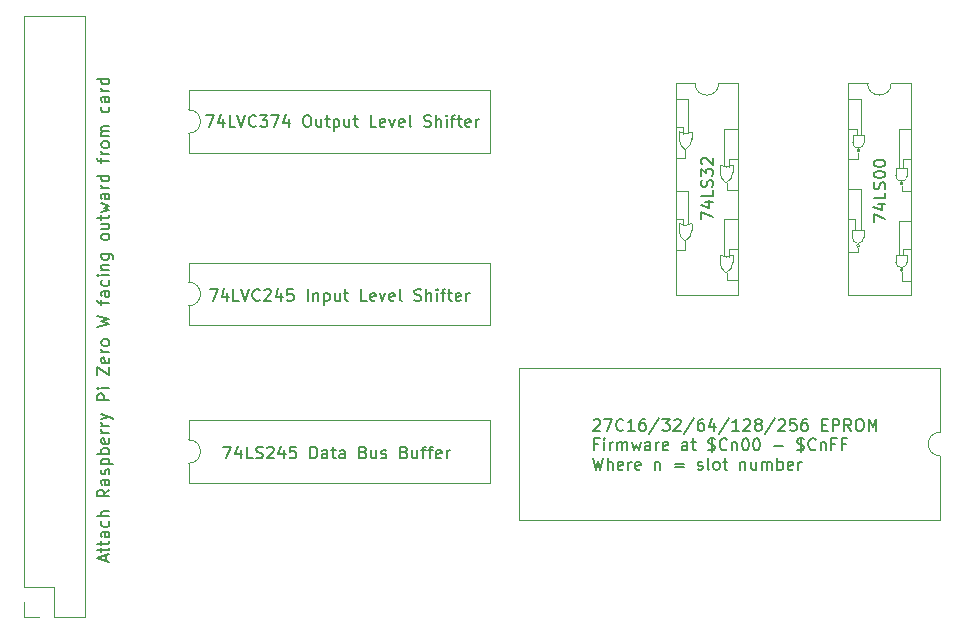
<source format=gbr>
G04 #@! TF.GenerationSoftware,KiCad,Pcbnew,(5.0.2)-1*
G04 #@! TF.CreationDate,2020-12-13T22:30:25-05:00*
G04 #@! TF.ProjectId,Apple2IORPi,4170706c-6532-4494-9f52-50692e6b6963,0.2*
G04 #@! TF.SameCoordinates,Original*
G04 #@! TF.FileFunction,Legend,Top*
G04 #@! TF.FilePolarity,Positive*
%FSLAX46Y46*%
G04 Gerber Fmt 4.6, Leading zero omitted, Abs format (unit mm)*
G04 Created by KiCad (PCBNEW (5.0.2)-1) date 2020-12-13 22:30:25*
%MOMM*%
%LPD*%
G01*
G04 APERTURE LIST*
%ADD10C,0.150000*%
%ADD11C,0.120000*%
G04 APERTURE END LIST*
D10*
X124596380Y-67397380D02*
X125263047Y-67397380D01*
X124834476Y-68397380D01*
X126072571Y-67730714D02*
X126072571Y-68397380D01*
X125834476Y-67349761D02*
X125596380Y-68064047D01*
X126215428Y-68064047D01*
X127072571Y-68397380D02*
X126596380Y-68397380D01*
X126596380Y-67397380D01*
X127263047Y-67397380D02*
X127596380Y-68397380D01*
X127929714Y-67397380D01*
X128834476Y-68302142D02*
X128786857Y-68349761D01*
X128644000Y-68397380D01*
X128548761Y-68397380D01*
X128405904Y-68349761D01*
X128310666Y-68254523D01*
X128263047Y-68159285D01*
X128215428Y-67968809D01*
X128215428Y-67825952D01*
X128263047Y-67635476D01*
X128310666Y-67540238D01*
X128405904Y-67445000D01*
X128548761Y-67397380D01*
X128644000Y-67397380D01*
X128786857Y-67445000D01*
X128834476Y-67492619D01*
X129167809Y-67397380D02*
X129786857Y-67397380D01*
X129453523Y-67778333D01*
X129596380Y-67778333D01*
X129691619Y-67825952D01*
X129739238Y-67873571D01*
X129786857Y-67968809D01*
X129786857Y-68206904D01*
X129739238Y-68302142D01*
X129691619Y-68349761D01*
X129596380Y-68397380D01*
X129310666Y-68397380D01*
X129215428Y-68349761D01*
X129167809Y-68302142D01*
X130120190Y-67397380D02*
X130786857Y-67397380D01*
X130358285Y-68397380D01*
X131596380Y-67730714D02*
X131596380Y-68397380D01*
X131358285Y-67349761D02*
X131120190Y-68064047D01*
X131739238Y-68064047D01*
X133072571Y-67397380D02*
X133263047Y-67397380D01*
X133358285Y-67445000D01*
X133453523Y-67540238D01*
X133501142Y-67730714D01*
X133501142Y-68064047D01*
X133453523Y-68254523D01*
X133358285Y-68349761D01*
X133263047Y-68397380D01*
X133072571Y-68397380D01*
X132977333Y-68349761D01*
X132882095Y-68254523D01*
X132834476Y-68064047D01*
X132834476Y-67730714D01*
X132882095Y-67540238D01*
X132977333Y-67445000D01*
X133072571Y-67397380D01*
X134358285Y-67730714D02*
X134358285Y-68397380D01*
X133929714Y-67730714D02*
X133929714Y-68254523D01*
X133977333Y-68349761D01*
X134072571Y-68397380D01*
X134215428Y-68397380D01*
X134310666Y-68349761D01*
X134358285Y-68302142D01*
X134691619Y-67730714D02*
X135072571Y-67730714D01*
X134834476Y-67397380D02*
X134834476Y-68254523D01*
X134882095Y-68349761D01*
X134977333Y-68397380D01*
X135072571Y-68397380D01*
X135405904Y-67730714D02*
X135405904Y-68730714D01*
X135405904Y-67778333D02*
X135501142Y-67730714D01*
X135691619Y-67730714D01*
X135786857Y-67778333D01*
X135834476Y-67825952D01*
X135882095Y-67921190D01*
X135882095Y-68206904D01*
X135834476Y-68302142D01*
X135786857Y-68349761D01*
X135691619Y-68397380D01*
X135501142Y-68397380D01*
X135405904Y-68349761D01*
X136739238Y-67730714D02*
X136739238Y-68397380D01*
X136310666Y-67730714D02*
X136310666Y-68254523D01*
X136358285Y-68349761D01*
X136453523Y-68397380D01*
X136596380Y-68397380D01*
X136691619Y-68349761D01*
X136739238Y-68302142D01*
X137072571Y-67730714D02*
X137453523Y-67730714D01*
X137215428Y-67397380D02*
X137215428Y-68254523D01*
X137263047Y-68349761D01*
X137358285Y-68397380D01*
X137453523Y-68397380D01*
X139024952Y-68397380D02*
X138548761Y-68397380D01*
X138548761Y-67397380D01*
X139739238Y-68349761D02*
X139644000Y-68397380D01*
X139453523Y-68397380D01*
X139358285Y-68349761D01*
X139310666Y-68254523D01*
X139310666Y-67873571D01*
X139358285Y-67778333D01*
X139453523Y-67730714D01*
X139644000Y-67730714D01*
X139739238Y-67778333D01*
X139786857Y-67873571D01*
X139786857Y-67968809D01*
X139310666Y-68064047D01*
X140120190Y-67730714D02*
X140358285Y-68397380D01*
X140596380Y-67730714D01*
X141358285Y-68349761D02*
X141263047Y-68397380D01*
X141072571Y-68397380D01*
X140977333Y-68349761D01*
X140929714Y-68254523D01*
X140929714Y-67873571D01*
X140977333Y-67778333D01*
X141072571Y-67730714D01*
X141263047Y-67730714D01*
X141358285Y-67778333D01*
X141405904Y-67873571D01*
X141405904Y-67968809D01*
X140929714Y-68064047D01*
X141977333Y-68397380D02*
X141882095Y-68349761D01*
X141834476Y-68254523D01*
X141834476Y-67397380D01*
X143072571Y-68349761D02*
X143215428Y-68397380D01*
X143453523Y-68397380D01*
X143548761Y-68349761D01*
X143596380Y-68302142D01*
X143644000Y-68206904D01*
X143644000Y-68111666D01*
X143596380Y-68016428D01*
X143548761Y-67968809D01*
X143453523Y-67921190D01*
X143263047Y-67873571D01*
X143167809Y-67825952D01*
X143120190Y-67778333D01*
X143072571Y-67683095D01*
X143072571Y-67587857D01*
X143120190Y-67492619D01*
X143167809Y-67445000D01*
X143263047Y-67397380D01*
X143501142Y-67397380D01*
X143644000Y-67445000D01*
X144072571Y-68397380D02*
X144072571Y-67397380D01*
X144501142Y-68397380D02*
X144501142Y-67873571D01*
X144453523Y-67778333D01*
X144358285Y-67730714D01*
X144215428Y-67730714D01*
X144120190Y-67778333D01*
X144072571Y-67825952D01*
X144977333Y-68397380D02*
X144977333Y-67730714D01*
X144977333Y-67397380D02*
X144929714Y-67445000D01*
X144977333Y-67492619D01*
X145024952Y-67445000D01*
X144977333Y-67397380D01*
X144977333Y-67492619D01*
X145310666Y-67730714D02*
X145691619Y-67730714D01*
X145453523Y-68397380D02*
X145453523Y-67540238D01*
X145501142Y-67445000D01*
X145596380Y-67397380D01*
X145691619Y-67397380D01*
X145882095Y-67730714D02*
X146263047Y-67730714D01*
X146024952Y-67397380D02*
X146024952Y-68254523D01*
X146072571Y-68349761D01*
X146167809Y-68397380D01*
X146263047Y-68397380D01*
X146977333Y-68349761D02*
X146882095Y-68397380D01*
X146691619Y-68397380D01*
X146596380Y-68349761D01*
X146548761Y-68254523D01*
X146548761Y-67873571D01*
X146596380Y-67778333D01*
X146691619Y-67730714D01*
X146882095Y-67730714D01*
X146977333Y-67778333D01*
X147024952Y-67873571D01*
X147024952Y-67968809D01*
X146548761Y-68064047D01*
X147453523Y-68397380D02*
X147453523Y-67730714D01*
X147453523Y-67921190D02*
X147501142Y-67825952D01*
X147548761Y-67778333D01*
X147644000Y-67730714D01*
X147739238Y-67730714D01*
X124913809Y-82129380D02*
X125580476Y-82129380D01*
X125151904Y-83129380D01*
X126389999Y-82462714D02*
X126389999Y-83129380D01*
X126151904Y-82081761D02*
X125913809Y-82796047D01*
X126532857Y-82796047D01*
X127389999Y-83129380D02*
X126913809Y-83129380D01*
X126913809Y-82129380D01*
X127580476Y-82129380D02*
X127913809Y-83129380D01*
X128247142Y-82129380D01*
X129151904Y-83034142D02*
X129104285Y-83081761D01*
X128961428Y-83129380D01*
X128866190Y-83129380D01*
X128723333Y-83081761D01*
X128628095Y-82986523D01*
X128580476Y-82891285D01*
X128532857Y-82700809D01*
X128532857Y-82557952D01*
X128580476Y-82367476D01*
X128628095Y-82272238D01*
X128723333Y-82177000D01*
X128866190Y-82129380D01*
X128961428Y-82129380D01*
X129104285Y-82177000D01*
X129151904Y-82224619D01*
X129532857Y-82224619D02*
X129580476Y-82177000D01*
X129675714Y-82129380D01*
X129913809Y-82129380D01*
X130009047Y-82177000D01*
X130056666Y-82224619D01*
X130104285Y-82319857D01*
X130104285Y-82415095D01*
X130056666Y-82557952D01*
X129485238Y-83129380D01*
X130104285Y-83129380D01*
X130961428Y-82462714D02*
X130961428Y-83129380D01*
X130723333Y-82081761D02*
X130485238Y-82796047D01*
X131104285Y-82796047D01*
X131961428Y-82129380D02*
X131485238Y-82129380D01*
X131437619Y-82605571D01*
X131485238Y-82557952D01*
X131580476Y-82510333D01*
X131818571Y-82510333D01*
X131913809Y-82557952D01*
X131961428Y-82605571D01*
X132009047Y-82700809D01*
X132009047Y-82938904D01*
X131961428Y-83034142D01*
X131913809Y-83081761D01*
X131818571Y-83129380D01*
X131580476Y-83129380D01*
X131485238Y-83081761D01*
X131437619Y-83034142D01*
X133199523Y-83129380D02*
X133199523Y-82129380D01*
X133675714Y-82462714D02*
X133675714Y-83129380D01*
X133675714Y-82557952D02*
X133723333Y-82510333D01*
X133818571Y-82462714D01*
X133961428Y-82462714D01*
X134056666Y-82510333D01*
X134104285Y-82605571D01*
X134104285Y-83129380D01*
X134580476Y-82462714D02*
X134580476Y-83462714D01*
X134580476Y-82510333D02*
X134675714Y-82462714D01*
X134866190Y-82462714D01*
X134961428Y-82510333D01*
X135009047Y-82557952D01*
X135056666Y-82653190D01*
X135056666Y-82938904D01*
X135009047Y-83034142D01*
X134961428Y-83081761D01*
X134866190Y-83129380D01*
X134675714Y-83129380D01*
X134580476Y-83081761D01*
X135913809Y-82462714D02*
X135913809Y-83129380D01*
X135485238Y-82462714D02*
X135485238Y-82986523D01*
X135532857Y-83081761D01*
X135628095Y-83129380D01*
X135770952Y-83129380D01*
X135866190Y-83081761D01*
X135913809Y-83034142D01*
X136247142Y-82462714D02*
X136628095Y-82462714D01*
X136390000Y-82129380D02*
X136390000Y-82986523D01*
X136437619Y-83081761D01*
X136532857Y-83129380D01*
X136628095Y-83129380D01*
X138199523Y-83129380D02*
X137723333Y-83129380D01*
X137723333Y-82129380D01*
X138913809Y-83081761D02*
X138818571Y-83129380D01*
X138628095Y-83129380D01*
X138532857Y-83081761D01*
X138485238Y-82986523D01*
X138485238Y-82605571D01*
X138532857Y-82510333D01*
X138628095Y-82462714D01*
X138818571Y-82462714D01*
X138913809Y-82510333D01*
X138961428Y-82605571D01*
X138961428Y-82700809D01*
X138485238Y-82796047D01*
X139294761Y-82462714D02*
X139532857Y-83129380D01*
X139770952Y-82462714D01*
X140532857Y-83081761D02*
X140437619Y-83129380D01*
X140247142Y-83129380D01*
X140151904Y-83081761D01*
X140104285Y-82986523D01*
X140104285Y-82605571D01*
X140151904Y-82510333D01*
X140247142Y-82462714D01*
X140437619Y-82462714D01*
X140532857Y-82510333D01*
X140580476Y-82605571D01*
X140580476Y-82700809D01*
X140104285Y-82796047D01*
X141151904Y-83129380D02*
X141056666Y-83081761D01*
X141009047Y-82986523D01*
X141009047Y-82129380D01*
X142247142Y-83081761D02*
X142390000Y-83129380D01*
X142628095Y-83129380D01*
X142723333Y-83081761D01*
X142770952Y-83034142D01*
X142818571Y-82938904D01*
X142818571Y-82843666D01*
X142770952Y-82748428D01*
X142723333Y-82700809D01*
X142628095Y-82653190D01*
X142437619Y-82605571D01*
X142342380Y-82557952D01*
X142294761Y-82510333D01*
X142247142Y-82415095D01*
X142247142Y-82319857D01*
X142294761Y-82224619D01*
X142342380Y-82177000D01*
X142437619Y-82129380D01*
X142675714Y-82129380D01*
X142818571Y-82177000D01*
X143247142Y-83129380D02*
X143247142Y-82129380D01*
X143675714Y-83129380D02*
X143675714Y-82605571D01*
X143628095Y-82510333D01*
X143532857Y-82462714D01*
X143390000Y-82462714D01*
X143294761Y-82510333D01*
X143247142Y-82557952D01*
X144151904Y-83129380D02*
X144151904Y-82462714D01*
X144151904Y-82129380D02*
X144104285Y-82177000D01*
X144151904Y-82224619D01*
X144199523Y-82177000D01*
X144151904Y-82129380D01*
X144151904Y-82224619D01*
X144485238Y-82462714D02*
X144866190Y-82462714D01*
X144628095Y-83129380D02*
X144628095Y-82272238D01*
X144675714Y-82177000D01*
X144770952Y-82129380D01*
X144866190Y-82129380D01*
X145056666Y-82462714D02*
X145437619Y-82462714D01*
X145199523Y-82129380D02*
X145199523Y-82986523D01*
X145247142Y-83081761D01*
X145342380Y-83129380D01*
X145437619Y-83129380D01*
X146151904Y-83081761D02*
X146056666Y-83129380D01*
X145866190Y-83129380D01*
X145770952Y-83081761D01*
X145723333Y-82986523D01*
X145723333Y-82605571D01*
X145770952Y-82510333D01*
X145866190Y-82462714D01*
X146056666Y-82462714D01*
X146151904Y-82510333D01*
X146199523Y-82605571D01*
X146199523Y-82700809D01*
X145723333Y-82796047D01*
X146628095Y-83129380D02*
X146628095Y-82462714D01*
X146628095Y-82653190D02*
X146675714Y-82557952D01*
X146723333Y-82510333D01*
X146818571Y-82462714D01*
X146913809Y-82462714D01*
X126064571Y-95464380D02*
X126731238Y-95464380D01*
X126302666Y-96464380D01*
X127540761Y-95797714D02*
X127540761Y-96464380D01*
X127302666Y-95416761D02*
X127064571Y-96131047D01*
X127683619Y-96131047D01*
X128540761Y-96464380D02*
X128064571Y-96464380D01*
X128064571Y-95464380D01*
X128826476Y-96416761D02*
X128969333Y-96464380D01*
X129207428Y-96464380D01*
X129302666Y-96416761D01*
X129350285Y-96369142D01*
X129397904Y-96273904D01*
X129397904Y-96178666D01*
X129350285Y-96083428D01*
X129302666Y-96035809D01*
X129207428Y-95988190D01*
X129016952Y-95940571D01*
X128921714Y-95892952D01*
X128874095Y-95845333D01*
X128826476Y-95750095D01*
X128826476Y-95654857D01*
X128874095Y-95559619D01*
X128921714Y-95512000D01*
X129016952Y-95464380D01*
X129255047Y-95464380D01*
X129397904Y-95512000D01*
X129778857Y-95559619D02*
X129826476Y-95512000D01*
X129921714Y-95464380D01*
X130159809Y-95464380D01*
X130255047Y-95512000D01*
X130302666Y-95559619D01*
X130350285Y-95654857D01*
X130350285Y-95750095D01*
X130302666Y-95892952D01*
X129731238Y-96464380D01*
X130350285Y-96464380D01*
X131207428Y-95797714D02*
X131207428Y-96464380D01*
X130969333Y-95416761D02*
X130731238Y-96131047D01*
X131350285Y-96131047D01*
X132207428Y-95464380D02*
X131731238Y-95464380D01*
X131683619Y-95940571D01*
X131731238Y-95892952D01*
X131826476Y-95845333D01*
X132064571Y-95845333D01*
X132159809Y-95892952D01*
X132207428Y-95940571D01*
X132255047Y-96035809D01*
X132255047Y-96273904D01*
X132207428Y-96369142D01*
X132159809Y-96416761D01*
X132064571Y-96464380D01*
X131826476Y-96464380D01*
X131731238Y-96416761D01*
X131683619Y-96369142D01*
X133445523Y-96464380D02*
X133445523Y-95464380D01*
X133683619Y-95464380D01*
X133826476Y-95512000D01*
X133921714Y-95607238D01*
X133969333Y-95702476D01*
X134016952Y-95892952D01*
X134016952Y-96035809D01*
X133969333Y-96226285D01*
X133921714Y-96321523D01*
X133826476Y-96416761D01*
X133683619Y-96464380D01*
X133445523Y-96464380D01*
X134874095Y-96464380D02*
X134874095Y-95940571D01*
X134826476Y-95845333D01*
X134731238Y-95797714D01*
X134540761Y-95797714D01*
X134445523Y-95845333D01*
X134874095Y-96416761D02*
X134778857Y-96464380D01*
X134540761Y-96464380D01*
X134445523Y-96416761D01*
X134397904Y-96321523D01*
X134397904Y-96226285D01*
X134445523Y-96131047D01*
X134540761Y-96083428D01*
X134778857Y-96083428D01*
X134874095Y-96035809D01*
X135207428Y-95797714D02*
X135588380Y-95797714D01*
X135350285Y-95464380D02*
X135350285Y-96321523D01*
X135397904Y-96416761D01*
X135493142Y-96464380D01*
X135588380Y-96464380D01*
X136350285Y-96464380D02*
X136350285Y-95940571D01*
X136302666Y-95845333D01*
X136207428Y-95797714D01*
X136016952Y-95797714D01*
X135921714Y-95845333D01*
X136350285Y-96416761D02*
X136255047Y-96464380D01*
X136016952Y-96464380D01*
X135921714Y-96416761D01*
X135874095Y-96321523D01*
X135874095Y-96226285D01*
X135921714Y-96131047D01*
X136016952Y-96083428D01*
X136255047Y-96083428D01*
X136350285Y-96035809D01*
X137921714Y-95940571D02*
X138064571Y-95988190D01*
X138112190Y-96035809D01*
X138159809Y-96131047D01*
X138159809Y-96273904D01*
X138112190Y-96369142D01*
X138064571Y-96416761D01*
X137969333Y-96464380D01*
X137588380Y-96464380D01*
X137588380Y-95464380D01*
X137921714Y-95464380D01*
X138016952Y-95512000D01*
X138064571Y-95559619D01*
X138112190Y-95654857D01*
X138112190Y-95750095D01*
X138064571Y-95845333D01*
X138016952Y-95892952D01*
X137921714Y-95940571D01*
X137588380Y-95940571D01*
X139016952Y-95797714D02*
X139016952Y-96464380D01*
X138588380Y-95797714D02*
X138588380Y-96321523D01*
X138636000Y-96416761D01*
X138731238Y-96464380D01*
X138874095Y-96464380D01*
X138969333Y-96416761D01*
X139016952Y-96369142D01*
X139445523Y-96416761D02*
X139540761Y-96464380D01*
X139731238Y-96464380D01*
X139826476Y-96416761D01*
X139874095Y-96321523D01*
X139874095Y-96273904D01*
X139826476Y-96178666D01*
X139731238Y-96131047D01*
X139588380Y-96131047D01*
X139493142Y-96083428D01*
X139445523Y-95988190D01*
X139445523Y-95940571D01*
X139493142Y-95845333D01*
X139588380Y-95797714D01*
X139731238Y-95797714D01*
X139826476Y-95845333D01*
X141397904Y-95940571D02*
X141540761Y-95988190D01*
X141588380Y-96035809D01*
X141636000Y-96131047D01*
X141636000Y-96273904D01*
X141588380Y-96369142D01*
X141540761Y-96416761D01*
X141445523Y-96464380D01*
X141064571Y-96464380D01*
X141064571Y-95464380D01*
X141397904Y-95464380D01*
X141493142Y-95512000D01*
X141540761Y-95559619D01*
X141588380Y-95654857D01*
X141588380Y-95750095D01*
X141540761Y-95845333D01*
X141493142Y-95892952D01*
X141397904Y-95940571D01*
X141064571Y-95940571D01*
X142493142Y-95797714D02*
X142493142Y-96464380D01*
X142064571Y-95797714D02*
X142064571Y-96321523D01*
X142112190Y-96416761D01*
X142207428Y-96464380D01*
X142350285Y-96464380D01*
X142445523Y-96416761D01*
X142493142Y-96369142D01*
X142826476Y-95797714D02*
X143207428Y-95797714D01*
X142969333Y-96464380D02*
X142969333Y-95607238D01*
X143016952Y-95512000D01*
X143112190Y-95464380D01*
X143207428Y-95464380D01*
X143397904Y-95797714D02*
X143778857Y-95797714D01*
X143540761Y-96464380D02*
X143540761Y-95607238D01*
X143588380Y-95512000D01*
X143683619Y-95464380D01*
X143778857Y-95464380D01*
X144493142Y-96416761D02*
X144397904Y-96464380D01*
X144207428Y-96464380D01*
X144112190Y-96416761D01*
X144064571Y-96321523D01*
X144064571Y-95940571D01*
X144112190Y-95845333D01*
X144207428Y-95797714D01*
X144397904Y-95797714D01*
X144493142Y-95845333D01*
X144540761Y-95940571D01*
X144540761Y-96035809D01*
X144064571Y-96131047D01*
X144969333Y-96464380D02*
X144969333Y-95797714D01*
X144969333Y-95988190D02*
X145016952Y-95892952D01*
X145064571Y-95845333D01*
X145159809Y-95797714D01*
X145255047Y-95797714D01*
X116117666Y-105161380D02*
X116117666Y-104685190D01*
X116403380Y-105256619D02*
X115403380Y-104923285D01*
X116403380Y-104589952D01*
X115736714Y-104399476D02*
X115736714Y-104018523D01*
X115403380Y-104256619D02*
X116260523Y-104256619D01*
X116355761Y-104209000D01*
X116403380Y-104113761D01*
X116403380Y-104018523D01*
X115736714Y-103828047D02*
X115736714Y-103447095D01*
X115403380Y-103685190D02*
X116260523Y-103685190D01*
X116355761Y-103637571D01*
X116403380Y-103542333D01*
X116403380Y-103447095D01*
X116403380Y-102685190D02*
X115879571Y-102685190D01*
X115784333Y-102732809D01*
X115736714Y-102828047D01*
X115736714Y-103018523D01*
X115784333Y-103113761D01*
X116355761Y-102685190D02*
X116403380Y-102780428D01*
X116403380Y-103018523D01*
X116355761Y-103113761D01*
X116260523Y-103161380D01*
X116165285Y-103161380D01*
X116070047Y-103113761D01*
X116022428Y-103018523D01*
X116022428Y-102780428D01*
X115974809Y-102685190D01*
X116355761Y-101780428D02*
X116403380Y-101875666D01*
X116403380Y-102066142D01*
X116355761Y-102161380D01*
X116308142Y-102209000D01*
X116212904Y-102256619D01*
X115927190Y-102256619D01*
X115831952Y-102209000D01*
X115784333Y-102161380D01*
X115736714Y-102066142D01*
X115736714Y-101875666D01*
X115784333Y-101780428D01*
X116403380Y-101351857D02*
X115403380Y-101351857D01*
X116403380Y-100923285D02*
X115879571Y-100923285D01*
X115784333Y-100970904D01*
X115736714Y-101066142D01*
X115736714Y-101209000D01*
X115784333Y-101304238D01*
X115831952Y-101351857D01*
X116403380Y-99113761D02*
X115927190Y-99447095D01*
X116403380Y-99685190D02*
X115403380Y-99685190D01*
X115403380Y-99304238D01*
X115451000Y-99209000D01*
X115498619Y-99161380D01*
X115593857Y-99113761D01*
X115736714Y-99113761D01*
X115831952Y-99161380D01*
X115879571Y-99209000D01*
X115927190Y-99304238D01*
X115927190Y-99685190D01*
X116403380Y-98256619D02*
X115879571Y-98256619D01*
X115784333Y-98304238D01*
X115736714Y-98399476D01*
X115736714Y-98589952D01*
X115784333Y-98685190D01*
X116355761Y-98256619D02*
X116403380Y-98351857D01*
X116403380Y-98589952D01*
X116355761Y-98685190D01*
X116260523Y-98732809D01*
X116165285Y-98732809D01*
X116070047Y-98685190D01*
X116022428Y-98589952D01*
X116022428Y-98351857D01*
X115974809Y-98256619D01*
X116355761Y-97828047D02*
X116403380Y-97732809D01*
X116403380Y-97542333D01*
X116355761Y-97447095D01*
X116260523Y-97399476D01*
X116212904Y-97399476D01*
X116117666Y-97447095D01*
X116070047Y-97542333D01*
X116070047Y-97685190D01*
X116022428Y-97780428D01*
X115927190Y-97828047D01*
X115879571Y-97828047D01*
X115784333Y-97780428D01*
X115736714Y-97685190D01*
X115736714Y-97542333D01*
X115784333Y-97447095D01*
X115736714Y-96970904D02*
X116736714Y-96970904D01*
X115784333Y-96970904D02*
X115736714Y-96875666D01*
X115736714Y-96685190D01*
X115784333Y-96589952D01*
X115831952Y-96542333D01*
X115927190Y-96494714D01*
X116212904Y-96494714D01*
X116308142Y-96542333D01*
X116355761Y-96589952D01*
X116403380Y-96685190D01*
X116403380Y-96875666D01*
X116355761Y-96970904D01*
X116403380Y-96066142D02*
X115403380Y-96066142D01*
X115784333Y-96066142D02*
X115736714Y-95970904D01*
X115736714Y-95780428D01*
X115784333Y-95685190D01*
X115831952Y-95637571D01*
X115927190Y-95589952D01*
X116212904Y-95589952D01*
X116308142Y-95637571D01*
X116355761Y-95685190D01*
X116403380Y-95780428D01*
X116403380Y-95970904D01*
X116355761Y-96066142D01*
X116355761Y-94780428D02*
X116403380Y-94875666D01*
X116403380Y-95066142D01*
X116355761Y-95161380D01*
X116260523Y-95209000D01*
X115879571Y-95209000D01*
X115784333Y-95161380D01*
X115736714Y-95066142D01*
X115736714Y-94875666D01*
X115784333Y-94780428D01*
X115879571Y-94732809D01*
X115974809Y-94732809D01*
X116070047Y-95209000D01*
X116403380Y-94304238D02*
X115736714Y-94304238D01*
X115927190Y-94304238D02*
X115831952Y-94256619D01*
X115784333Y-94209000D01*
X115736714Y-94113761D01*
X115736714Y-94018523D01*
X116403380Y-93685190D02*
X115736714Y-93685190D01*
X115927190Y-93685190D02*
X115831952Y-93637571D01*
X115784333Y-93589952D01*
X115736714Y-93494714D01*
X115736714Y-93399476D01*
X115736714Y-93161380D02*
X116403380Y-92923285D01*
X115736714Y-92685190D02*
X116403380Y-92923285D01*
X116641476Y-93018523D01*
X116689095Y-93066142D01*
X116736714Y-93161380D01*
X116403380Y-91542333D02*
X115403380Y-91542333D01*
X115403380Y-91161380D01*
X115451000Y-91066142D01*
X115498619Y-91018523D01*
X115593857Y-90970904D01*
X115736714Y-90970904D01*
X115831952Y-91018523D01*
X115879571Y-91066142D01*
X115927190Y-91161380D01*
X115927190Y-91542333D01*
X116403380Y-90542333D02*
X115736714Y-90542333D01*
X115403380Y-90542333D02*
X115451000Y-90589952D01*
X115498619Y-90542333D01*
X115451000Y-90494714D01*
X115403380Y-90542333D01*
X115498619Y-90542333D01*
X115403380Y-89399476D02*
X115403380Y-88732809D01*
X116403380Y-89399476D01*
X116403380Y-88732809D01*
X116355761Y-87970904D02*
X116403380Y-88066142D01*
X116403380Y-88256619D01*
X116355761Y-88351857D01*
X116260523Y-88399476D01*
X115879571Y-88399476D01*
X115784333Y-88351857D01*
X115736714Y-88256619D01*
X115736714Y-88066142D01*
X115784333Y-87970904D01*
X115879571Y-87923285D01*
X115974809Y-87923285D01*
X116070047Y-88399476D01*
X116403380Y-87494714D02*
X115736714Y-87494714D01*
X115927190Y-87494714D02*
X115831952Y-87447095D01*
X115784333Y-87399476D01*
X115736714Y-87304238D01*
X115736714Y-87209000D01*
X116403380Y-86732809D02*
X116355761Y-86828047D01*
X116308142Y-86875666D01*
X116212904Y-86923285D01*
X115927190Y-86923285D01*
X115831952Y-86875666D01*
X115784333Y-86828047D01*
X115736714Y-86732809D01*
X115736714Y-86589952D01*
X115784333Y-86494714D01*
X115831952Y-86447095D01*
X115927190Y-86399476D01*
X116212904Y-86399476D01*
X116308142Y-86447095D01*
X116355761Y-86494714D01*
X116403380Y-86589952D01*
X116403380Y-86732809D01*
X115403380Y-85304238D02*
X116403380Y-85066142D01*
X115689095Y-84875666D01*
X116403380Y-84685190D01*
X115403380Y-84447095D01*
X115736714Y-83447095D02*
X115736714Y-83066142D01*
X116403380Y-83304238D02*
X115546238Y-83304238D01*
X115451000Y-83256619D01*
X115403380Y-83161380D01*
X115403380Y-83066142D01*
X116403380Y-82304238D02*
X115879571Y-82304238D01*
X115784333Y-82351857D01*
X115736714Y-82447095D01*
X115736714Y-82637571D01*
X115784333Y-82732809D01*
X116355761Y-82304238D02*
X116403380Y-82399476D01*
X116403380Y-82637571D01*
X116355761Y-82732809D01*
X116260523Y-82780428D01*
X116165285Y-82780428D01*
X116070047Y-82732809D01*
X116022428Y-82637571D01*
X116022428Y-82399476D01*
X115974809Y-82304238D01*
X116355761Y-81399476D02*
X116403380Y-81494714D01*
X116403380Y-81685190D01*
X116355761Y-81780428D01*
X116308142Y-81828047D01*
X116212904Y-81875666D01*
X115927190Y-81875666D01*
X115831952Y-81828047D01*
X115784333Y-81780428D01*
X115736714Y-81685190D01*
X115736714Y-81494714D01*
X115784333Y-81399476D01*
X116403380Y-80970904D02*
X115736714Y-80970904D01*
X115403380Y-80970904D02*
X115451000Y-81018523D01*
X115498619Y-80970904D01*
X115451000Y-80923285D01*
X115403380Y-80970904D01*
X115498619Y-80970904D01*
X115736714Y-80494714D02*
X116403380Y-80494714D01*
X115831952Y-80494714D02*
X115784333Y-80447095D01*
X115736714Y-80351857D01*
X115736714Y-80209000D01*
X115784333Y-80113761D01*
X115879571Y-80066142D01*
X116403380Y-80066142D01*
X115736714Y-79161380D02*
X116546238Y-79161380D01*
X116641476Y-79209000D01*
X116689095Y-79256619D01*
X116736714Y-79351857D01*
X116736714Y-79494714D01*
X116689095Y-79589952D01*
X116355761Y-79161380D02*
X116403380Y-79256619D01*
X116403380Y-79447095D01*
X116355761Y-79542333D01*
X116308142Y-79589952D01*
X116212904Y-79637571D01*
X115927190Y-79637571D01*
X115831952Y-79589952D01*
X115784333Y-79542333D01*
X115736714Y-79447095D01*
X115736714Y-79256619D01*
X115784333Y-79161380D01*
X116403380Y-77780428D02*
X116355761Y-77875666D01*
X116308142Y-77923285D01*
X116212904Y-77970904D01*
X115927190Y-77970904D01*
X115831952Y-77923285D01*
X115784333Y-77875666D01*
X115736714Y-77780428D01*
X115736714Y-77637571D01*
X115784333Y-77542333D01*
X115831952Y-77494714D01*
X115927190Y-77447095D01*
X116212904Y-77447095D01*
X116308142Y-77494714D01*
X116355761Y-77542333D01*
X116403380Y-77637571D01*
X116403380Y-77780428D01*
X115736714Y-76589952D02*
X116403380Y-76589952D01*
X115736714Y-77018523D02*
X116260523Y-77018523D01*
X116355761Y-76970904D01*
X116403380Y-76875666D01*
X116403380Y-76732809D01*
X116355761Y-76637571D01*
X116308142Y-76589952D01*
X115736714Y-76256619D02*
X115736714Y-75875666D01*
X115403380Y-76113761D02*
X116260523Y-76113761D01*
X116355761Y-76066142D01*
X116403380Y-75970904D01*
X116403380Y-75875666D01*
X115736714Y-75637571D02*
X116403380Y-75447095D01*
X115927190Y-75256619D01*
X116403380Y-75066142D01*
X115736714Y-74875666D01*
X116403380Y-74066142D02*
X115879571Y-74066142D01*
X115784333Y-74113761D01*
X115736714Y-74209000D01*
X115736714Y-74399476D01*
X115784333Y-74494714D01*
X116355761Y-74066142D02*
X116403380Y-74161380D01*
X116403380Y-74399476D01*
X116355761Y-74494714D01*
X116260523Y-74542333D01*
X116165285Y-74542333D01*
X116070047Y-74494714D01*
X116022428Y-74399476D01*
X116022428Y-74161380D01*
X115974809Y-74066142D01*
X116403380Y-73589952D02*
X115736714Y-73589952D01*
X115927190Y-73589952D02*
X115831952Y-73542333D01*
X115784333Y-73494714D01*
X115736714Y-73399476D01*
X115736714Y-73304238D01*
X116403380Y-72542333D02*
X115403380Y-72542333D01*
X116355761Y-72542333D02*
X116403380Y-72637571D01*
X116403380Y-72828047D01*
X116355761Y-72923285D01*
X116308142Y-72970904D01*
X116212904Y-73018523D01*
X115927190Y-73018523D01*
X115831952Y-72970904D01*
X115784333Y-72923285D01*
X115736714Y-72828047D01*
X115736714Y-72637571D01*
X115784333Y-72542333D01*
X115736714Y-71447095D02*
X115736714Y-71066142D01*
X116403380Y-71304238D02*
X115546238Y-71304238D01*
X115451000Y-71256619D01*
X115403380Y-71161380D01*
X115403380Y-71066142D01*
X116403380Y-70732809D02*
X115736714Y-70732809D01*
X115927190Y-70732809D02*
X115831952Y-70685190D01*
X115784333Y-70637571D01*
X115736714Y-70542333D01*
X115736714Y-70447095D01*
X116403380Y-69970904D02*
X116355761Y-70066142D01*
X116308142Y-70113761D01*
X116212904Y-70161380D01*
X115927190Y-70161380D01*
X115831952Y-70113761D01*
X115784333Y-70066142D01*
X115736714Y-69970904D01*
X115736714Y-69828047D01*
X115784333Y-69732809D01*
X115831952Y-69685190D01*
X115927190Y-69637571D01*
X116212904Y-69637571D01*
X116308142Y-69685190D01*
X116355761Y-69732809D01*
X116403380Y-69828047D01*
X116403380Y-69970904D01*
X116403380Y-69209000D02*
X115736714Y-69209000D01*
X115831952Y-69209000D02*
X115784333Y-69161380D01*
X115736714Y-69066142D01*
X115736714Y-68923285D01*
X115784333Y-68828047D01*
X115879571Y-68780428D01*
X116403380Y-68780428D01*
X115879571Y-68780428D02*
X115784333Y-68732809D01*
X115736714Y-68637571D01*
X115736714Y-68494714D01*
X115784333Y-68399476D01*
X115879571Y-68351857D01*
X116403380Y-68351857D01*
X116355761Y-66685190D02*
X116403380Y-66780428D01*
X116403380Y-66970904D01*
X116355761Y-67066142D01*
X116308142Y-67113761D01*
X116212904Y-67161380D01*
X115927190Y-67161380D01*
X115831952Y-67113761D01*
X115784333Y-67066142D01*
X115736714Y-66970904D01*
X115736714Y-66780428D01*
X115784333Y-66685190D01*
X116403380Y-65828047D02*
X115879571Y-65828047D01*
X115784333Y-65875666D01*
X115736714Y-65970904D01*
X115736714Y-66161380D01*
X115784333Y-66256619D01*
X116355761Y-65828047D02*
X116403380Y-65923285D01*
X116403380Y-66161380D01*
X116355761Y-66256619D01*
X116260523Y-66304238D01*
X116165285Y-66304238D01*
X116070047Y-66256619D01*
X116022428Y-66161380D01*
X116022428Y-65923285D01*
X115974809Y-65828047D01*
X116403380Y-65351857D02*
X115736714Y-65351857D01*
X115927190Y-65351857D02*
X115831952Y-65304238D01*
X115784333Y-65256619D01*
X115736714Y-65161380D01*
X115736714Y-65066142D01*
X116403380Y-64304238D02*
X115403380Y-64304238D01*
X116355761Y-64304238D02*
X116403380Y-64399476D01*
X116403380Y-64589952D01*
X116355761Y-64685190D01*
X116308142Y-64732809D01*
X116212904Y-64780428D01*
X115927190Y-64780428D01*
X115831952Y-64732809D01*
X115784333Y-64685190D01*
X115736714Y-64589952D01*
X115736714Y-64399476D01*
X115784333Y-64304238D01*
X157412376Y-93223819D02*
X157459995Y-93176200D01*
X157555233Y-93128580D01*
X157793328Y-93128580D01*
X157888566Y-93176200D01*
X157936185Y-93223819D01*
X157983804Y-93319057D01*
X157983804Y-93414295D01*
X157936185Y-93557152D01*
X157364757Y-94128580D01*
X157983804Y-94128580D01*
X158317138Y-93128580D02*
X158983804Y-93128580D01*
X158555233Y-94128580D01*
X159936185Y-94033342D02*
X159888566Y-94080961D01*
X159745709Y-94128580D01*
X159650471Y-94128580D01*
X159507614Y-94080961D01*
X159412376Y-93985723D01*
X159364757Y-93890485D01*
X159317138Y-93700009D01*
X159317138Y-93557152D01*
X159364757Y-93366676D01*
X159412376Y-93271438D01*
X159507614Y-93176200D01*
X159650471Y-93128580D01*
X159745709Y-93128580D01*
X159888566Y-93176200D01*
X159936185Y-93223819D01*
X160888566Y-94128580D02*
X160317138Y-94128580D01*
X160602852Y-94128580D02*
X160602852Y-93128580D01*
X160507614Y-93271438D01*
X160412376Y-93366676D01*
X160317138Y-93414295D01*
X161745709Y-93128580D02*
X161555233Y-93128580D01*
X161459995Y-93176200D01*
X161412376Y-93223819D01*
X161317138Y-93366676D01*
X161269519Y-93557152D01*
X161269519Y-93938104D01*
X161317138Y-94033342D01*
X161364757Y-94080961D01*
X161459995Y-94128580D01*
X161650471Y-94128580D01*
X161745709Y-94080961D01*
X161793328Y-94033342D01*
X161840947Y-93938104D01*
X161840947Y-93700009D01*
X161793328Y-93604771D01*
X161745709Y-93557152D01*
X161650471Y-93509533D01*
X161459995Y-93509533D01*
X161364757Y-93557152D01*
X161317138Y-93604771D01*
X161269519Y-93700009D01*
X162983804Y-93080961D02*
X162126661Y-94366676D01*
X163221900Y-93128580D02*
X163840947Y-93128580D01*
X163507614Y-93509533D01*
X163650471Y-93509533D01*
X163745709Y-93557152D01*
X163793328Y-93604771D01*
X163840947Y-93700009D01*
X163840947Y-93938104D01*
X163793328Y-94033342D01*
X163745709Y-94080961D01*
X163650471Y-94128580D01*
X163364757Y-94128580D01*
X163269519Y-94080961D01*
X163221900Y-94033342D01*
X164221900Y-93223819D02*
X164269519Y-93176200D01*
X164364757Y-93128580D01*
X164602852Y-93128580D01*
X164698090Y-93176200D01*
X164745709Y-93223819D01*
X164793328Y-93319057D01*
X164793328Y-93414295D01*
X164745709Y-93557152D01*
X164174280Y-94128580D01*
X164793328Y-94128580D01*
X165936185Y-93080961D02*
X165079042Y-94366676D01*
X166698090Y-93128580D02*
X166507614Y-93128580D01*
X166412376Y-93176200D01*
X166364757Y-93223819D01*
X166269519Y-93366676D01*
X166221900Y-93557152D01*
X166221900Y-93938104D01*
X166269519Y-94033342D01*
X166317138Y-94080961D01*
X166412376Y-94128580D01*
X166602852Y-94128580D01*
X166698090Y-94080961D01*
X166745709Y-94033342D01*
X166793328Y-93938104D01*
X166793328Y-93700009D01*
X166745709Y-93604771D01*
X166698090Y-93557152D01*
X166602852Y-93509533D01*
X166412376Y-93509533D01*
X166317138Y-93557152D01*
X166269519Y-93604771D01*
X166221900Y-93700009D01*
X167650471Y-93461914D02*
X167650471Y-94128580D01*
X167412376Y-93080961D02*
X167174280Y-93795247D01*
X167793328Y-93795247D01*
X168888566Y-93080961D02*
X168031423Y-94366676D01*
X169745709Y-94128580D02*
X169174280Y-94128580D01*
X169459995Y-94128580D02*
X169459995Y-93128580D01*
X169364757Y-93271438D01*
X169269519Y-93366676D01*
X169174280Y-93414295D01*
X170126661Y-93223819D02*
X170174280Y-93176200D01*
X170269519Y-93128580D01*
X170507614Y-93128580D01*
X170602852Y-93176200D01*
X170650471Y-93223819D01*
X170698090Y-93319057D01*
X170698090Y-93414295D01*
X170650471Y-93557152D01*
X170079042Y-94128580D01*
X170698090Y-94128580D01*
X171269519Y-93557152D02*
X171174280Y-93509533D01*
X171126661Y-93461914D01*
X171079042Y-93366676D01*
X171079042Y-93319057D01*
X171126661Y-93223819D01*
X171174280Y-93176200D01*
X171269519Y-93128580D01*
X171459995Y-93128580D01*
X171555233Y-93176200D01*
X171602852Y-93223819D01*
X171650471Y-93319057D01*
X171650471Y-93366676D01*
X171602852Y-93461914D01*
X171555233Y-93509533D01*
X171459995Y-93557152D01*
X171269519Y-93557152D01*
X171174280Y-93604771D01*
X171126661Y-93652390D01*
X171079042Y-93747628D01*
X171079042Y-93938104D01*
X171126661Y-94033342D01*
X171174280Y-94080961D01*
X171269519Y-94128580D01*
X171459995Y-94128580D01*
X171555233Y-94080961D01*
X171602852Y-94033342D01*
X171650471Y-93938104D01*
X171650471Y-93747628D01*
X171602852Y-93652390D01*
X171555233Y-93604771D01*
X171459995Y-93557152D01*
X172793328Y-93080961D02*
X171936185Y-94366676D01*
X173079042Y-93223819D02*
X173126661Y-93176200D01*
X173221900Y-93128580D01*
X173459995Y-93128580D01*
X173555233Y-93176200D01*
X173602852Y-93223819D01*
X173650471Y-93319057D01*
X173650471Y-93414295D01*
X173602852Y-93557152D01*
X173031423Y-94128580D01*
X173650471Y-94128580D01*
X174555233Y-93128580D02*
X174079042Y-93128580D01*
X174031423Y-93604771D01*
X174079042Y-93557152D01*
X174174280Y-93509533D01*
X174412376Y-93509533D01*
X174507614Y-93557152D01*
X174555233Y-93604771D01*
X174602852Y-93700009D01*
X174602852Y-93938104D01*
X174555233Y-94033342D01*
X174507614Y-94080961D01*
X174412376Y-94128580D01*
X174174280Y-94128580D01*
X174079042Y-94080961D01*
X174031423Y-94033342D01*
X175459995Y-93128580D02*
X175269519Y-93128580D01*
X175174280Y-93176200D01*
X175126661Y-93223819D01*
X175031423Y-93366676D01*
X174983804Y-93557152D01*
X174983804Y-93938104D01*
X175031423Y-94033342D01*
X175079042Y-94080961D01*
X175174280Y-94128580D01*
X175364757Y-94128580D01*
X175459995Y-94080961D01*
X175507614Y-94033342D01*
X175555233Y-93938104D01*
X175555233Y-93700009D01*
X175507614Y-93604771D01*
X175459995Y-93557152D01*
X175364757Y-93509533D01*
X175174280Y-93509533D01*
X175079042Y-93557152D01*
X175031423Y-93604771D01*
X174983804Y-93700009D01*
X176745709Y-93604771D02*
X177079042Y-93604771D01*
X177221900Y-94128580D02*
X176745709Y-94128580D01*
X176745709Y-93128580D01*
X177221900Y-93128580D01*
X177650471Y-94128580D02*
X177650471Y-93128580D01*
X178031423Y-93128580D01*
X178126661Y-93176200D01*
X178174280Y-93223819D01*
X178221900Y-93319057D01*
X178221900Y-93461914D01*
X178174280Y-93557152D01*
X178126661Y-93604771D01*
X178031423Y-93652390D01*
X177650471Y-93652390D01*
X179221900Y-94128580D02*
X178888566Y-93652390D01*
X178650471Y-94128580D02*
X178650471Y-93128580D01*
X179031423Y-93128580D01*
X179126661Y-93176200D01*
X179174280Y-93223819D01*
X179221900Y-93319057D01*
X179221900Y-93461914D01*
X179174280Y-93557152D01*
X179126661Y-93604771D01*
X179031423Y-93652390D01*
X178650471Y-93652390D01*
X179840947Y-93128580D02*
X180031423Y-93128580D01*
X180126661Y-93176200D01*
X180221900Y-93271438D01*
X180269519Y-93461914D01*
X180269519Y-93795247D01*
X180221900Y-93985723D01*
X180126661Y-94080961D01*
X180031423Y-94128580D01*
X179840947Y-94128580D01*
X179745709Y-94080961D01*
X179650471Y-93985723D01*
X179602852Y-93795247D01*
X179602852Y-93461914D01*
X179650471Y-93271438D01*
X179745709Y-93176200D01*
X179840947Y-93128580D01*
X180698090Y-94128580D02*
X180698090Y-93128580D01*
X181031423Y-93842866D01*
X181364757Y-93128580D01*
X181364757Y-94128580D01*
X157793328Y-95254771D02*
X157459995Y-95254771D01*
X157459995Y-95778580D02*
X157459995Y-94778580D01*
X157936185Y-94778580D01*
X158317138Y-95778580D02*
X158317138Y-95111914D01*
X158317138Y-94778580D02*
X158269519Y-94826200D01*
X158317138Y-94873819D01*
X158364757Y-94826200D01*
X158317138Y-94778580D01*
X158317138Y-94873819D01*
X158793328Y-95778580D02*
X158793328Y-95111914D01*
X158793328Y-95302390D02*
X158840947Y-95207152D01*
X158888566Y-95159533D01*
X158983804Y-95111914D01*
X159079042Y-95111914D01*
X159412376Y-95778580D02*
X159412376Y-95111914D01*
X159412376Y-95207152D02*
X159459995Y-95159533D01*
X159555233Y-95111914D01*
X159698090Y-95111914D01*
X159793328Y-95159533D01*
X159840947Y-95254771D01*
X159840947Y-95778580D01*
X159840947Y-95254771D02*
X159888566Y-95159533D01*
X159983804Y-95111914D01*
X160126661Y-95111914D01*
X160221900Y-95159533D01*
X160269519Y-95254771D01*
X160269519Y-95778580D01*
X160650471Y-95111914D02*
X160840947Y-95778580D01*
X161031423Y-95302390D01*
X161221900Y-95778580D01*
X161412376Y-95111914D01*
X162221900Y-95778580D02*
X162221900Y-95254771D01*
X162174280Y-95159533D01*
X162079042Y-95111914D01*
X161888566Y-95111914D01*
X161793328Y-95159533D01*
X162221900Y-95730961D02*
X162126661Y-95778580D01*
X161888566Y-95778580D01*
X161793328Y-95730961D01*
X161745709Y-95635723D01*
X161745709Y-95540485D01*
X161793328Y-95445247D01*
X161888566Y-95397628D01*
X162126661Y-95397628D01*
X162221900Y-95350009D01*
X162698090Y-95778580D02*
X162698090Y-95111914D01*
X162698090Y-95302390D02*
X162745709Y-95207152D01*
X162793328Y-95159533D01*
X162888566Y-95111914D01*
X162983804Y-95111914D01*
X163698090Y-95730961D02*
X163602852Y-95778580D01*
X163412376Y-95778580D01*
X163317138Y-95730961D01*
X163269519Y-95635723D01*
X163269519Y-95254771D01*
X163317138Y-95159533D01*
X163412376Y-95111914D01*
X163602852Y-95111914D01*
X163698090Y-95159533D01*
X163745709Y-95254771D01*
X163745709Y-95350009D01*
X163269519Y-95445247D01*
X165364757Y-95778580D02*
X165364757Y-95254771D01*
X165317138Y-95159533D01*
X165221900Y-95111914D01*
X165031423Y-95111914D01*
X164936185Y-95159533D01*
X165364757Y-95730961D02*
X165269519Y-95778580D01*
X165031423Y-95778580D01*
X164936185Y-95730961D01*
X164888566Y-95635723D01*
X164888566Y-95540485D01*
X164936185Y-95445247D01*
X165031423Y-95397628D01*
X165269519Y-95397628D01*
X165364757Y-95350009D01*
X165698090Y-95111914D02*
X166079042Y-95111914D01*
X165840947Y-94778580D02*
X165840947Y-95635723D01*
X165888566Y-95730961D01*
X165983804Y-95778580D01*
X166079042Y-95778580D01*
X167126661Y-95730961D02*
X167269519Y-95778580D01*
X167507614Y-95778580D01*
X167602852Y-95730961D01*
X167650471Y-95683342D01*
X167698090Y-95588104D01*
X167698090Y-95492866D01*
X167650471Y-95397628D01*
X167602852Y-95350009D01*
X167507614Y-95302390D01*
X167317138Y-95254771D01*
X167221900Y-95207152D01*
X167174280Y-95159533D01*
X167126661Y-95064295D01*
X167126661Y-94969057D01*
X167174280Y-94873819D01*
X167221900Y-94826200D01*
X167317138Y-94778580D01*
X167555233Y-94778580D01*
X167698090Y-94826200D01*
X167412376Y-94635723D02*
X167412376Y-95921438D01*
X168698090Y-95683342D02*
X168650471Y-95730961D01*
X168507614Y-95778580D01*
X168412376Y-95778580D01*
X168269519Y-95730961D01*
X168174280Y-95635723D01*
X168126661Y-95540485D01*
X168079042Y-95350009D01*
X168079042Y-95207152D01*
X168126661Y-95016676D01*
X168174280Y-94921438D01*
X168269519Y-94826200D01*
X168412376Y-94778580D01*
X168507614Y-94778580D01*
X168650471Y-94826200D01*
X168698090Y-94873819D01*
X169126661Y-95111914D02*
X169126661Y-95778580D01*
X169126661Y-95207152D02*
X169174280Y-95159533D01*
X169269519Y-95111914D01*
X169412376Y-95111914D01*
X169507614Y-95159533D01*
X169555233Y-95254771D01*
X169555233Y-95778580D01*
X170221900Y-94778580D02*
X170317138Y-94778580D01*
X170412376Y-94826200D01*
X170459995Y-94873819D01*
X170507614Y-94969057D01*
X170555233Y-95159533D01*
X170555233Y-95397628D01*
X170507614Y-95588104D01*
X170459995Y-95683342D01*
X170412376Y-95730961D01*
X170317138Y-95778580D01*
X170221900Y-95778580D01*
X170126661Y-95730961D01*
X170079042Y-95683342D01*
X170031423Y-95588104D01*
X169983804Y-95397628D01*
X169983804Y-95159533D01*
X170031423Y-94969057D01*
X170079042Y-94873819D01*
X170126661Y-94826200D01*
X170221900Y-94778580D01*
X171174280Y-94778580D02*
X171269519Y-94778580D01*
X171364757Y-94826200D01*
X171412376Y-94873819D01*
X171459995Y-94969057D01*
X171507614Y-95159533D01*
X171507614Y-95397628D01*
X171459995Y-95588104D01*
X171412376Y-95683342D01*
X171364757Y-95730961D01*
X171269519Y-95778580D01*
X171174280Y-95778580D01*
X171079042Y-95730961D01*
X171031423Y-95683342D01*
X170983804Y-95588104D01*
X170936185Y-95397628D01*
X170936185Y-95159533D01*
X170983804Y-94969057D01*
X171031423Y-94873819D01*
X171079042Y-94826200D01*
X171174280Y-94778580D01*
X172698090Y-95397628D02*
X173459995Y-95397628D01*
X174650471Y-95730961D02*
X174793328Y-95778580D01*
X175031423Y-95778580D01*
X175126661Y-95730961D01*
X175174280Y-95683342D01*
X175221900Y-95588104D01*
X175221900Y-95492866D01*
X175174280Y-95397628D01*
X175126661Y-95350009D01*
X175031423Y-95302390D01*
X174840947Y-95254771D01*
X174745709Y-95207152D01*
X174698090Y-95159533D01*
X174650471Y-95064295D01*
X174650471Y-94969057D01*
X174698090Y-94873819D01*
X174745709Y-94826200D01*
X174840947Y-94778580D01*
X175079042Y-94778580D01*
X175221900Y-94826200D01*
X174936185Y-94635723D02*
X174936185Y-95921438D01*
X176221900Y-95683342D02*
X176174280Y-95730961D01*
X176031423Y-95778580D01*
X175936185Y-95778580D01*
X175793328Y-95730961D01*
X175698090Y-95635723D01*
X175650471Y-95540485D01*
X175602852Y-95350009D01*
X175602852Y-95207152D01*
X175650471Y-95016676D01*
X175698090Y-94921438D01*
X175793328Y-94826200D01*
X175936185Y-94778580D01*
X176031423Y-94778580D01*
X176174280Y-94826200D01*
X176221900Y-94873819D01*
X176650471Y-95111914D02*
X176650471Y-95778580D01*
X176650471Y-95207152D02*
X176698090Y-95159533D01*
X176793328Y-95111914D01*
X176936185Y-95111914D01*
X177031423Y-95159533D01*
X177079042Y-95254771D01*
X177079042Y-95778580D01*
X177888566Y-95254771D02*
X177555233Y-95254771D01*
X177555233Y-95778580D02*
X177555233Y-94778580D01*
X178031423Y-94778580D01*
X178745709Y-95254771D02*
X178412376Y-95254771D01*
X178412376Y-95778580D02*
X178412376Y-94778580D01*
X178888566Y-94778580D01*
X157364757Y-96428580D02*
X157602852Y-97428580D01*
X157793328Y-96714295D01*
X157983804Y-97428580D01*
X158221900Y-96428580D01*
X158602852Y-97428580D02*
X158602852Y-96428580D01*
X159031423Y-97428580D02*
X159031423Y-96904771D01*
X158983804Y-96809533D01*
X158888566Y-96761914D01*
X158745709Y-96761914D01*
X158650471Y-96809533D01*
X158602852Y-96857152D01*
X159888566Y-97380961D02*
X159793328Y-97428580D01*
X159602852Y-97428580D01*
X159507614Y-97380961D01*
X159459995Y-97285723D01*
X159459995Y-96904771D01*
X159507614Y-96809533D01*
X159602852Y-96761914D01*
X159793328Y-96761914D01*
X159888566Y-96809533D01*
X159936185Y-96904771D01*
X159936185Y-97000009D01*
X159459995Y-97095247D01*
X160364757Y-97428580D02*
X160364757Y-96761914D01*
X160364757Y-96952390D02*
X160412376Y-96857152D01*
X160459995Y-96809533D01*
X160555233Y-96761914D01*
X160650471Y-96761914D01*
X161364757Y-97380961D02*
X161269519Y-97428580D01*
X161079042Y-97428580D01*
X160983804Y-97380961D01*
X160936185Y-97285723D01*
X160936185Y-96904771D01*
X160983804Y-96809533D01*
X161079042Y-96761914D01*
X161269519Y-96761914D01*
X161364757Y-96809533D01*
X161412376Y-96904771D01*
X161412376Y-97000009D01*
X160936185Y-97095247D01*
X162602852Y-96761914D02*
X162602852Y-97428580D01*
X162602852Y-96857152D02*
X162650471Y-96809533D01*
X162745709Y-96761914D01*
X162888566Y-96761914D01*
X162983804Y-96809533D01*
X163031423Y-96904771D01*
X163031423Y-97428580D01*
X164269519Y-96904771D02*
X165031423Y-96904771D01*
X165031423Y-97190485D02*
X164269519Y-97190485D01*
X166221900Y-97380961D02*
X166317138Y-97428580D01*
X166507614Y-97428580D01*
X166602852Y-97380961D01*
X166650471Y-97285723D01*
X166650471Y-97238104D01*
X166602852Y-97142866D01*
X166507614Y-97095247D01*
X166364757Y-97095247D01*
X166269519Y-97047628D01*
X166221900Y-96952390D01*
X166221900Y-96904771D01*
X166269519Y-96809533D01*
X166364757Y-96761914D01*
X166507614Y-96761914D01*
X166602852Y-96809533D01*
X167221900Y-97428580D02*
X167126661Y-97380961D01*
X167079042Y-97285723D01*
X167079042Y-96428580D01*
X167745709Y-97428580D02*
X167650471Y-97380961D01*
X167602852Y-97333342D01*
X167555233Y-97238104D01*
X167555233Y-96952390D01*
X167602852Y-96857152D01*
X167650471Y-96809533D01*
X167745709Y-96761914D01*
X167888566Y-96761914D01*
X167983804Y-96809533D01*
X168031423Y-96857152D01*
X168079042Y-96952390D01*
X168079042Y-97238104D01*
X168031423Y-97333342D01*
X167983804Y-97380961D01*
X167888566Y-97428580D01*
X167745709Y-97428580D01*
X168364757Y-96761914D02*
X168745709Y-96761914D01*
X168507614Y-96428580D02*
X168507614Y-97285723D01*
X168555233Y-97380961D01*
X168650471Y-97428580D01*
X168745709Y-97428580D01*
X169840947Y-96761914D02*
X169840947Y-97428580D01*
X169840947Y-96857152D02*
X169888566Y-96809533D01*
X169983804Y-96761914D01*
X170126661Y-96761914D01*
X170221900Y-96809533D01*
X170269519Y-96904771D01*
X170269519Y-97428580D01*
X171174280Y-96761914D02*
X171174280Y-97428580D01*
X170745709Y-96761914D02*
X170745709Y-97285723D01*
X170793328Y-97380961D01*
X170888566Y-97428580D01*
X171031423Y-97428580D01*
X171126661Y-97380961D01*
X171174280Y-97333342D01*
X171650471Y-97428580D02*
X171650471Y-96761914D01*
X171650471Y-96857152D02*
X171698090Y-96809533D01*
X171793328Y-96761914D01*
X171936185Y-96761914D01*
X172031423Y-96809533D01*
X172079042Y-96904771D01*
X172079042Y-97428580D01*
X172079042Y-96904771D02*
X172126661Y-96809533D01*
X172221900Y-96761914D01*
X172364757Y-96761914D01*
X172459995Y-96809533D01*
X172507614Y-96904771D01*
X172507614Y-97428580D01*
X172983804Y-97428580D02*
X172983804Y-96428580D01*
X172983804Y-96809533D02*
X173079042Y-96761914D01*
X173269519Y-96761914D01*
X173364757Y-96809533D01*
X173412376Y-96857152D01*
X173459995Y-96952390D01*
X173459995Y-97238104D01*
X173412376Y-97333342D01*
X173364757Y-97380961D01*
X173269519Y-97428580D01*
X173079042Y-97428580D01*
X172983804Y-97380961D01*
X174269519Y-97380961D02*
X174174280Y-97428580D01*
X173983804Y-97428580D01*
X173888566Y-97380961D01*
X173840947Y-97285723D01*
X173840947Y-96904771D01*
X173888566Y-96809533D01*
X173983804Y-96761914D01*
X174174280Y-96761914D01*
X174269519Y-96809533D01*
X174317138Y-96904771D01*
X174317138Y-97000009D01*
X173840947Y-97095247D01*
X174745709Y-97428580D02*
X174745709Y-96761914D01*
X174745709Y-96952390D02*
X174793328Y-96857152D01*
X174840947Y-96809533D01*
X174936185Y-96761914D01*
X175031423Y-96761914D01*
D11*
G04 #@! TO.C,U3*
X168005000Y-64710000D02*
G75*
G02X166005000Y-64710000I-1000000J0D01*
G01*
X166005000Y-64710000D02*
X164355000Y-64710000D01*
X164355000Y-64710000D02*
X164355000Y-82610000D01*
X164355000Y-82610000D02*
X169655000Y-82610000D01*
X169655000Y-82610000D02*
X169655000Y-64710000D01*
X169655000Y-64710000D02*
X168005000Y-64710000D01*
X165727989Y-68826793D02*
G75*
G02X164645001Y-68814999I-532989J786793D01*
G01*
X164645000Y-68815000D02*
X164645000Y-69390000D01*
X165745000Y-69390000D02*
X165745000Y-68840000D01*
X165164272Y-70324214D02*
G75*
G02X164645000Y-69390000I580728J934214D01*
G01*
X165145000Y-70340000D02*
G75*
G03X165743537Y-69360952I-501463J979048D01*
G01*
X169202989Y-71651793D02*
G75*
G02X168120001Y-71639999I-532989J786793D01*
G01*
X168639272Y-73149214D02*
G75*
G02X168120000Y-72215000I580728J934214D01*
G01*
X168620000Y-73165000D02*
G75*
G03X169218537Y-72185952I-501463J979048D01*
G01*
X169220000Y-72215000D02*
X169220000Y-71665000D01*
X168120000Y-71640000D02*
X168120000Y-72215000D01*
X164370000Y-68415000D02*
X164945000Y-68415000D01*
X164945000Y-68415000D02*
X164945000Y-68965000D01*
X165420000Y-68915000D02*
X165420000Y-66040000D01*
X165420000Y-66040000D02*
X164370000Y-66040000D01*
X165145000Y-70315000D02*
X165145000Y-71065000D01*
X165145000Y-71065000D02*
X164370000Y-71065000D01*
X168670000Y-73190000D02*
X168670000Y-73715000D01*
X168670000Y-73715000D02*
X169620000Y-73715000D01*
X169645000Y-71140000D02*
X168920000Y-71140000D01*
X168920000Y-71140000D02*
X168920000Y-71790000D01*
X169645000Y-68590000D02*
X168445000Y-68590000D01*
X168445000Y-68590000D02*
X168445000Y-71740000D01*
X165145000Y-78812000D02*
X164370000Y-78812000D01*
X165145000Y-78062000D02*
X165145000Y-78812000D01*
X165420000Y-73787000D02*
X164370000Y-73787000D01*
X165420000Y-76662000D02*
X165420000Y-73787000D01*
X164945000Y-76162000D02*
X164945000Y-76712000D01*
X164370000Y-76162000D02*
X164945000Y-76162000D01*
X165145000Y-78087000D02*
G75*
G03X165743537Y-77107952I-501463J979048D01*
G01*
X165164272Y-78071214D02*
G75*
G02X164645000Y-77137000I580728J934214D01*
G01*
X165745000Y-77137000D02*
X165745000Y-76587000D01*
X164645000Y-76562000D02*
X164645000Y-77137000D01*
X165727989Y-76573793D02*
G75*
G02X164645001Y-76561999I-532989J786793D01*
G01*
X169202989Y-79271793D02*
G75*
G02X168120001Y-79259999I-532989J786793D01*
G01*
X168120000Y-79260000D02*
X168120000Y-79835000D01*
X169220000Y-79835000D02*
X169220000Y-79285000D01*
X168620000Y-80785000D02*
G75*
G03X169218537Y-79805952I-501463J979048D01*
G01*
X169645000Y-76210000D02*
X168445000Y-76210000D01*
X168920000Y-78760000D02*
X168920000Y-79410000D01*
X169645000Y-78760000D02*
X168920000Y-78760000D01*
X168670000Y-81335000D02*
X169620000Y-81335000D01*
X168670000Y-80810000D02*
X168670000Y-81335000D01*
X168445000Y-76210000D02*
X168445000Y-79360000D01*
X168639272Y-80769214D02*
G75*
G02X168120000Y-79835000I580728J934214D01*
G01*
G04 #@! TO.C,U2*
X184260000Y-64710000D02*
X182610000Y-64710000D01*
X184260000Y-82610000D02*
X184260000Y-64710000D01*
X178960000Y-82610000D02*
X184260000Y-82610000D01*
X178960000Y-64710000D02*
X178960000Y-82610000D01*
X180610000Y-64710000D02*
X178960000Y-64710000D01*
X182610000Y-64710000D02*
G75*
G02X180610000Y-64710000I-1000000J0D01*
G01*
X179351940Y-69108320D02*
X180304440Y-69108320D01*
X179349400Y-69121020D02*
X179349400Y-69707760D01*
X180319104Y-69699363D02*
G75*
G02X179349400Y-69723000I-484564J-23637D01*
G01*
X179912489Y-70277037D02*
G75*
G02X179862479Y-70261481I-65249J-121603D01*
G01*
X180324760Y-69715380D02*
X180324760Y-69113400D01*
X180283544Y-77743543D02*
G75*
G02X179313840Y-77767180I-484564J-23637D01*
G01*
X179876929Y-78321217D02*
G75*
G02X179826919Y-78305661I-65249J-121603D01*
G01*
X179316380Y-77152500D02*
X180268880Y-77152500D01*
X180289200Y-77759560D02*
X180289200Y-77157580D01*
X179313840Y-77165200D02*
X179313840Y-77751940D01*
X183961464Y-72506063D02*
G75*
G02X182991760Y-72529700I-484564J-23637D01*
G01*
X183554849Y-73083737D02*
G75*
G02X183504839Y-73068181I-65249J-121603D01*
G01*
X182994300Y-71915020D02*
X183946800Y-71915020D01*
X183967120Y-72522080D02*
X183967120Y-71920100D01*
X182991760Y-71927720D02*
X182991760Y-72514460D01*
X183961464Y-79816183D02*
G75*
G02X182991760Y-79839820I-484564J-23637D01*
G01*
X183554849Y-80393857D02*
G75*
G02X183504839Y-80378301I-65249J-121603D01*
G01*
X182994300Y-79225140D02*
X183946800Y-79225140D01*
X183967120Y-79832200D02*
X183967120Y-79230220D01*
X182991760Y-79237840D02*
X182991760Y-79824580D01*
X178943000Y-66040000D02*
X180086000Y-66040000D01*
X180086000Y-66040000D02*
X180086000Y-69088000D01*
X178943000Y-68580000D02*
X179705000Y-68580000D01*
X179705000Y-68580000D02*
X179705000Y-69088000D01*
X178943000Y-71120000D02*
X179832000Y-71120000D01*
X179832000Y-71120000D02*
X179832000Y-70612000D01*
X180086000Y-77089000D02*
X180086000Y-73660000D01*
X180086000Y-73660000D02*
X178943000Y-73660000D01*
X179578000Y-77089000D02*
X179578000Y-76200000D01*
X179578000Y-76200000D02*
X178943000Y-76200000D01*
X179832000Y-78613000D02*
X179832000Y-78994000D01*
X179832000Y-78994000D02*
X178943000Y-78994000D01*
X183261000Y-71882000D02*
X183261000Y-68580000D01*
X183261000Y-68580000D02*
X184277000Y-68580000D01*
X183642000Y-71882000D02*
X183642000Y-71120000D01*
X183642000Y-71120000D02*
X184277000Y-71120000D01*
X184277000Y-73787000D02*
X183515000Y-73787000D01*
X183515000Y-73787000D02*
X183515000Y-73406000D01*
X183261000Y-79121000D02*
X183261000Y-76327000D01*
X183261000Y-76327000D02*
X184277000Y-76327000D01*
X183642000Y-79121000D02*
X183642000Y-78740000D01*
X183642000Y-78740000D02*
X184277000Y-78740000D01*
X184277000Y-81407000D02*
X183515000Y-81407000D01*
X183515000Y-81407000D02*
X183515000Y-80645000D01*
G04 #@! TO.C,J1*
X114360000Y-109915000D02*
X111760000Y-109915000D01*
X114360000Y-109915000D02*
X114360000Y-58995000D01*
X114360000Y-58995000D02*
X109160000Y-58995000D01*
X109160000Y-107315000D02*
X109160000Y-58995000D01*
X111760000Y-107315000D02*
X109160000Y-107315000D01*
X111760000Y-109915000D02*
X111760000Y-107315000D01*
X109160000Y-109915000D02*
X109160000Y-108585000D01*
X110490000Y-109915000D02*
X109160000Y-109915000D01*
G04 #@! TO.C,U0*
X123130000Y-94885000D02*
G75*
G02X123130000Y-96885000I0J-1000000D01*
G01*
X123130000Y-96885000D02*
X123130000Y-98535000D01*
X123130000Y-98535000D02*
X148650000Y-98535000D01*
X148650000Y-98535000D02*
X148650000Y-93235000D01*
X148650000Y-93235000D02*
X123130000Y-93235000D01*
X123130000Y-93235000D02*
X123130000Y-94885000D01*
G04 #@! TO.C,U1*
X186750000Y-96250000D02*
G75*
G02X186750000Y-94250000I0J1000000D01*
G01*
X186750000Y-94250000D02*
X186750000Y-88790000D01*
X186750000Y-88790000D02*
X151070000Y-88790000D01*
X151070000Y-88790000D02*
X151070000Y-101710000D01*
X151070000Y-101710000D02*
X186750000Y-101710000D01*
X186750000Y-101710000D02*
X186750000Y-96250000D01*
G04 #@! TO.C,U4*
X123130000Y-79900000D02*
X123130000Y-81550000D01*
X148650000Y-79900000D02*
X123130000Y-79900000D01*
X148650000Y-85200000D02*
X148650000Y-79900000D01*
X123130000Y-85200000D02*
X148650000Y-85200000D01*
X123130000Y-83550000D02*
X123130000Y-85200000D01*
X123130000Y-81550000D02*
G75*
G02X123130000Y-83550000I0J-1000000D01*
G01*
G04 #@! TO.C,U5*
X123130000Y-66945000D02*
G75*
G02X123130000Y-68945000I0J-1000000D01*
G01*
X123130000Y-68945000D02*
X123130000Y-70595000D01*
X123130000Y-70595000D02*
X148650000Y-70595000D01*
X148650000Y-70595000D02*
X148650000Y-65295000D01*
X148650000Y-65295000D02*
X123130000Y-65295000D01*
X123130000Y-65295000D02*
X123130000Y-66945000D01*
G04 #@! TO.C,U3*
D10*
X166522380Y-76232857D02*
X166522380Y-75566190D01*
X167522380Y-75994761D01*
X166855714Y-74756666D02*
X167522380Y-74756666D01*
X166474761Y-74994761D02*
X167189047Y-75232857D01*
X167189047Y-74613809D01*
X167522380Y-73756666D02*
X167522380Y-74232857D01*
X166522380Y-74232857D01*
X167474761Y-73470952D02*
X167522380Y-73328095D01*
X167522380Y-73090000D01*
X167474761Y-72994761D01*
X167427142Y-72947142D01*
X167331904Y-72899523D01*
X167236666Y-72899523D01*
X167141428Y-72947142D01*
X167093809Y-72994761D01*
X167046190Y-73090000D01*
X166998571Y-73280476D01*
X166950952Y-73375714D01*
X166903333Y-73423333D01*
X166808095Y-73470952D01*
X166712857Y-73470952D01*
X166617619Y-73423333D01*
X166570000Y-73375714D01*
X166522380Y-73280476D01*
X166522380Y-73042380D01*
X166570000Y-72899523D01*
X166522380Y-72566190D02*
X166522380Y-71947142D01*
X166903333Y-72280476D01*
X166903333Y-72137619D01*
X166950952Y-72042380D01*
X166998571Y-71994761D01*
X167093809Y-71947142D01*
X167331904Y-71947142D01*
X167427142Y-71994761D01*
X167474761Y-72042380D01*
X167522380Y-72137619D01*
X167522380Y-72423333D01*
X167474761Y-72518571D01*
X167427142Y-72566190D01*
X166617619Y-71566190D02*
X166570000Y-71518571D01*
X166522380Y-71423333D01*
X166522380Y-71185238D01*
X166570000Y-71090000D01*
X166617619Y-71042380D01*
X166712857Y-70994761D01*
X166808095Y-70994761D01*
X166950952Y-71042380D01*
X167522380Y-71613809D01*
X167522380Y-70994761D01*
G04 #@! TO.C,U2*
X181127380Y-76432857D02*
X181127380Y-75766190D01*
X182127380Y-76194761D01*
X181460714Y-74956666D02*
X182127380Y-74956666D01*
X181079761Y-75194761D02*
X181794047Y-75432857D01*
X181794047Y-74813809D01*
X182127380Y-73956666D02*
X182127380Y-74432857D01*
X181127380Y-74432857D01*
X182079761Y-73670952D02*
X182127380Y-73528095D01*
X182127380Y-73290000D01*
X182079761Y-73194761D01*
X182032142Y-73147142D01*
X181936904Y-73099523D01*
X181841666Y-73099523D01*
X181746428Y-73147142D01*
X181698809Y-73194761D01*
X181651190Y-73290000D01*
X181603571Y-73480476D01*
X181555952Y-73575714D01*
X181508333Y-73623333D01*
X181413095Y-73670952D01*
X181317857Y-73670952D01*
X181222619Y-73623333D01*
X181175000Y-73575714D01*
X181127380Y-73480476D01*
X181127380Y-73242380D01*
X181175000Y-73099523D01*
X181127380Y-72480476D02*
X181127380Y-72385238D01*
X181175000Y-72290000D01*
X181222619Y-72242380D01*
X181317857Y-72194761D01*
X181508333Y-72147142D01*
X181746428Y-72147142D01*
X181936904Y-72194761D01*
X182032142Y-72242380D01*
X182079761Y-72290000D01*
X182127380Y-72385238D01*
X182127380Y-72480476D01*
X182079761Y-72575714D01*
X182032142Y-72623333D01*
X181936904Y-72670952D01*
X181746428Y-72718571D01*
X181508333Y-72718571D01*
X181317857Y-72670952D01*
X181222619Y-72623333D01*
X181175000Y-72575714D01*
X181127380Y-72480476D01*
X181127380Y-71528095D02*
X181127380Y-71432857D01*
X181175000Y-71337619D01*
X181222619Y-71290000D01*
X181317857Y-71242380D01*
X181508333Y-71194761D01*
X181746428Y-71194761D01*
X181936904Y-71242380D01*
X182032142Y-71290000D01*
X182079761Y-71337619D01*
X182127380Y-71432857D01*
X182127380Y-71528095D01*
X182079761Y-71623333D01*
X182032142Y-71670952D01*
X181936904Y-71718571D01*
X181746428Y-71766190D01*
X181508333Y-71766190D01*
X181317857Y-71718571D01*
X181222619Y-71670952D01*
X181175000Y-71623333D01*
X181127380Y-71528095D01*
G04 #@! TD*
M02*

</source>
